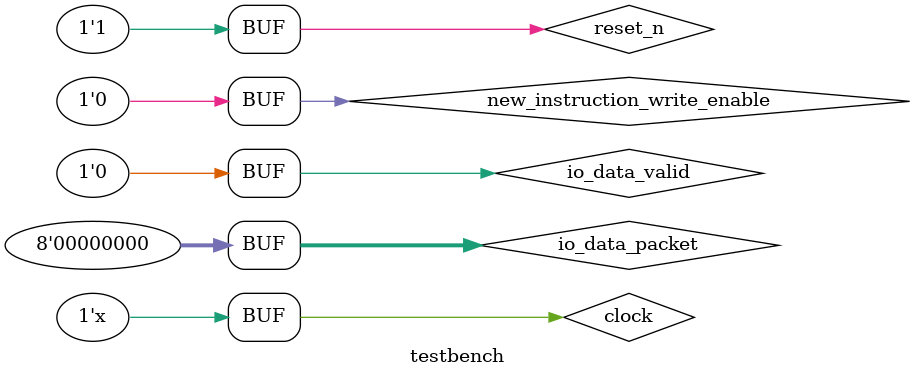
<source format=sv>
`timescale 1ns / 1ps


module testbench();

    logic clock = 0;
    logic reset_n = 0;
    logic io_data_valid = 0;
    logic [7:0] io_data_packet = '0;
    logic new_instruction_write_enable = 0;
    
    
    always begin
        #5 clock = ~clock;
    end


    initial begin
        #35 reset_n = 1;
    end
    
    
    cpu cpu_inst(
        .clk(clock),
        .reset_n(reset_n),
        .io_data_valid(io_data_valid),
        .io_data_packet(io_data_packet),
        .new_instruction_write_enable(new_instruction_write_enable)
    );
    
endmodule

</source>
